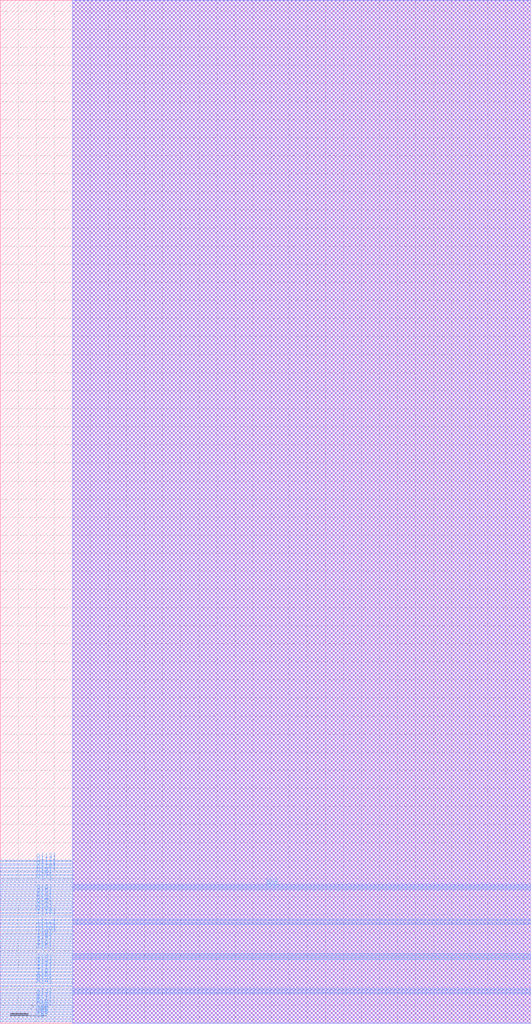
<source format=lef>
VERSION 5.6 ;
BUSBITCHARS "[]" ;
DIVIDERCHAR "/" ;

MACRO SRAM1RW128x14
  CLASS BLOCK ;
  ORIGIN 0 0 ;
  FOREIGN SRAM1RW128x14 0 0 ;
  SIZE 29.408 BY 56.616 ;
  SYMMETRY X Y ;
  SITE coreSite ;
  PIN VDD
    DIRECTION INOUT ;
    USE POWER ;
    PORT 
      LAYER M4 ;
        RECT 0.0 1.632 29.408 1.728 ;
        RECT 0.0 3.552 29.408 3.648 ;
        RECT 0.0 5.472 29.408 5.568 ;
        RECT 0.0 7.392 29.408 7.488 ;
    END 
  END VDD
  PIN VSS
    DIRECTION INOUT ;
    USE GROUND ;
    PORT 
      LAYER M4 ;
        RECT 0.0 1.824 29.408 1.92 ;
        RECT 0.0 3.744 29.408 3.84 ;
        RECT 0.0 5.664 29.408 5.76 ;
        RECT 0.0 7.584 29.408 7.68 ;
    END 
  END VSS
  PIN CE
    DIRECTION INPUT ;
    USE SIGNAL ;
    PORT 
      LAYER M4 ;
        RECT 0.0 0.096 4.0 0.192 ;
    END 
  END CE
  PIN WEB
    DIRECTION INPUT ;
    USE SIGNAL ;
    PORT 
      LAYER M4 ;
        RECT 0.0 0.288 4.0 0.384 ;
    END 
  END WEB
  PIN OEB
    DIRECTION INPUT ;
    USE SIGNAL ;
    PORT 
      LAYER M4 ;
        RECT 0.0 0.48 4.0 0.576 ;
    END 
  END OEB
  PIN CSB
    DIRECTION INPUT ;
    USE SIGNAL ;
    PORT 
      LAYER M4 ;
        RECT 0.0 0.672 4.0 0.768 ;
    END 
  END CSB
  PIN A[0]
    DIRECTION INPUT ;
    USE SIGNAL ;
    PORT 
      LAYER M4 ;
        RECT 0.0 0.864 4.0 0.96 ;
    END 
  END A[0]
  PIN A[1]
    DIRECTION INPUT ;
    USE SIGNAL ;
    PORT 
      LAYER M4 ;
        RECT 0.0 1.056 4.0 1.152 ;
    END 
  END A[1]
  PIN A[2]
    DIRECTION INPUT ;
    USE SIGNAL ;
    PORT 
      LAYER M4 ;
        RECT 0.0 1.248 4.0 1.344 ;
    END 
  END A[2]
  PIN A[3]
    DIRECTION INPUT ;
    USE SIGNAL ;
    PORT 
      LAYER M4 ;
        RECT 0.0 1.44 4.0 1.536 ;
    END 
  END A[3]
  PIN A[4]
    DIRECTION INPUT ;
    USE SIGNAL ;
    PORT 
      LAYER M4 ;
        RECT 0.0 2.016 4.0 2.112 ;
    END 
  END A[4]
  PIN A[5]
    DIRECTION INPUT ;
    USE SIGNAL ;
    PORT 
      LAYER M4 ;
        RECT 0.0 2.208 4.0 2.304 ;
    END 
  END A[5]
  PIN A[6]
    DIRECTION INPUT ;
    USE SIGNAL ;
    PORT 
      LAYER M4 ;
        RECT 0.0 2.4 4.0 2.496 ;
    END 
  END A[6]
  PIN I[0]
    DIRECTION INPUT ;
    USE SIGNAL ;
    PORT 
      LAYER M4 ;
        RECT 0.0 2.592 4.0 2.688 ;
    END 
  END I[0]
  PIN I[1]
    DIRECTION INPUT ;
    USE SIGNAL ;
    PORT 
      LAYER M4 ;
        RECT 0.0 2.784 4.0 2.88 ;
    END 
  END I[1]
  PIN I[2]
    DIRECTION INPUT ;
    USE SIGNAL ;
    PORT 
      LAYER M4 ;
        RECT 0.0 2.976 4.0 3.072 ;
    END 
  END I[2]
  PIN I[3]
    DIRECTION INPUT ;
    USE SIGNAL ;
    PORT 
      LAYER M4 ;
        RECT 0.0 3.168 4.0 3.264 ;
    END 
  END I[3]
  PIN I[4]
    DIRECTION INPUT ;
    USE SIGNAL ;
    PORT 
      LAYER M4 ;
        RECT 0.0 3.36 4.0 3.456 ;
    END 
  END I[4]
  PIN I[5]
    DIRECTION INPUT ;
    USE SIGNAL ;
    PORT 
      LAYER M4 ;
        RECT 0.0 3.936 4.0 4.032 ;
    END 
  END I[5]
  PIN I[6]
    DIRECTION INPUT ;
    USE SIGNAL ;
    PORT 
      LAYER M4 ;
        RECT 0.0 4.128 4.0 4.224 ;
    END 
  END I[6]
  PIN I[7]
    DIRECTION INPUT ;
    USE SIGNAL ;
    PORT 
      LAYER M4 ;
        RECT 0.0 4.32 4.0 4.416 ;
    END 
  END I[7]
  PIN I[8]
    DIRECTION INPUT ;
    USE SIGNAL ;
    PORT 
      LAYER M4 ;
        RECT 0.0 4.512 4.0 4.608 ;
    END 
  END I[8]
  PIN I[9]
    DIRECTION INPUT ;
    USE SIGNAL ;
    PORT 
      LAYER M4 ;
        RECT 0.0 4.704 4.0 4.8 ;
    END 
  END I[9]
  PIN I[10]
    DIRECTION INPUT ;
    USE SIGNAL ;
    PORT 
      LAYER M4 ;
        RECT 0.0 4.896 4.0 4.992 ;
    END 
  END I[10]
  PIN I[11]
    DIRECTION INPUT ;
    USE SIGNAL ;
    PORT 
      LAYER M4 ;
        RECT 0.0 5.088 4.0 5.184 ;
    END 
  END I[11]
  PIN I[12]
    DIRECTION INPUT ;
    USE SIGNAL ;
    PORT 
      LAYER M4 ;
        RECT 0.0 5.28 4.0 5.376 ;
    END 
  END I[12]
  PIN I[13]
    DIRECTION INPUT ;
    USE SIGNAL ;
    PORT 
      LAYER M4 ;
        RECT 0.0 5.856 4.0 5.952 ;
    END 
  END I[13]
  PIN O[0]
    DIRECTION OUTPUT ;
    USE SIGNAL ;
    PORT 
      LAYER M4 ;
        RECT 0.0 6.048 4.0 6.144 ;
    END 
  END O[0]
  PIN O[1]
    DIRECTION OUTPUT ;
    USE SIGNAL ;
    PORT 
      LAYER M4 ;
        RECT 0.0 6.24 4.0 6.336 ;
    END 
  END O[1]
  PIN O[2]
    DIRECTION OUTPUT ;
    USE SIGNAL ;
    PORT 
      LAYER M4 ;
        RECT 0.0 6.432 4.0 6.528 ;
    END 
  END O[2]
  PIN O[3]
    DIRECTION OUTPUT ;
    USE SIGNAL ;
    PORT 
      LAYER M4 ;
        RECT 0.0 6.624 4.0 6.72 ;
    END 
  END O[3]
  PIN O[4]
    DIRECTION OUTPUT ;
    USE SIGNAL ;
    PORT 
      LAYER M4 ;
        RECT 0.0 6.816 4.0 6.912 ;
    END 
  END O[4]
  PIN O[5]
    DIRECTION OUTPUT ;
    USE SIGNAL ;
    PORT 
      LAYER M4 ;
        RECT 0.0 7.008 4.0 7.104 ;
    END 
  END O[5]
  PIN O[6]
    DIRECTION OUTPUT ;
    USE SIGNAL ;
    PORT 
      LAYER M4 ;
        RECT 0.0 7.2 4.0 7.296 ;
    END 
  END O[6]
  PIN O[7]
    DIRECTION OUTPUT ;
    USE SIGNAL ;
    PORT 
      LAYER M4 ;
        RECT 0.0 7.776 4.0 7.872 ;
    END 
  END O[7]
  PIN O[8]
    DIRECTION OUTPUT ;
    USE SIGNAL ;
    PORT 
      LAYER M4 ;
        RECT 0.0 7.968 4.0 8.064 ;
    END 
  END O[8]
  PIN O[9]
    DIRECTION OUTPUT ;
    USE SIGNAL ;
    PORT 
      LAYER M4 ;
        RECT 0.0 8.16 4.0 8.256 ;
    END 
  END O[9]
  PIN O[10]
    DIRECTION OUTPUT ;
    USE SIGNAL ;
    PORT 
      LAYER M4 ;
        RECT 0.0 8.352 4.0 8.448 ;
    END 
  END O[10]
  PIN O[11]
    DIRECTION OUTPUT ;
    USE SIGNAL ;
    PORT 
      LAYER M4 ;
        RECT 0.0 8.544 4.0 8.64 ;
    END 
  END O[11]
  PIN O[12]
    DIRECTION OUTPUT ;
    USE SIGNAL ;
    PORT 
      LAYER M4 ;
        RECT 0.0 8.736 4.0 8.832 ;
    END 
  END O[12]
  PIN O[13]
    DIRECTION OUTPUT ;
    USE SIGNAL ;
    PORT 
      LAYER M4 ;
        RECT 0.0 8.928 4.0 9.024 ;
    END 
  END O[13]
  OBS 
    LAYER M1 ;
      RECT 4.0 0.0 29.408 56.616 ;
    LAYER M2 ;
      RECT 4.0 0.0 29.408 56.616 ;
    LAYER M3 ;
      RECT 4.0 0.0 29.408 56.616 ;
  END 
END SRAM1RW128x14

END LIBRARY
</source>
